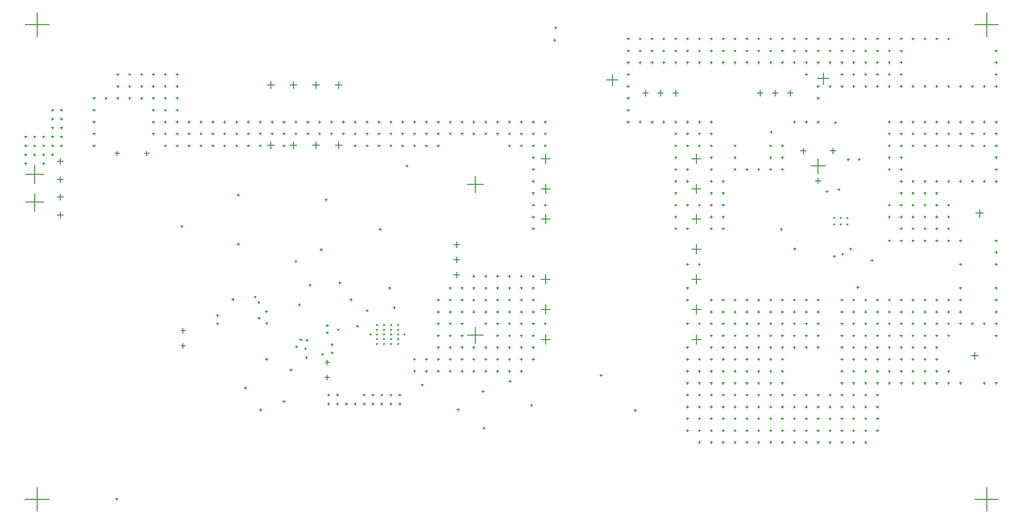
<source format=gbr>
%TF.GenerationSoftware,Altium Limited,Altium Designer,19.0.10 (269)*%
G04 Layer_Color=128*
%FSLAX26Y26*%
%MOIN*%
%TF.FileFunction,Drillmap*%
%TF.Part,Single*%
G01*
G75*
%TA.AperFunction,NonConductor*%
%ADD169C,0.005000*%
D169*
X5360236Y2311024D02*
X5395669D01*
X5377953Y2293307D02*
Y2328740D01*
X5261811Y2507874D02*
X5297244D01*
X5279528Y2490157D02*
Y2525590D01*
X5458662Y2507874D02*
X5494095D01*
X5476378Y2490157D02*
Y2525590D01*
X5328740Y2409449D02*
X5427165D01*
X5377953Y2360236D02*
Y2458661D01*
X2174213Y2947244D02*
X2221063D01*
X2197638Y2923819D02*
Y2970669D01*
X2174213Y2547244D02*
X2221063D01*
X2197638Y2523819D02*
Y2570669D01*
X1874213Y2947244D02*
X1921063D01*
X1897638Y2923819D02*
Y2970669D01*
X2024213Y2947244D02*
X2071063D01*
X2047638Y2923819D02*
Y2970669D01*
X2024213Y2547244D02*
X2071063D01*
X2047638Y2523819D02*
Y2570669D01*
X1874213Y2547244D02*
X1921063D01*
X1897638Y2523819D02*
Y2570669D01*
X1724213Y2947244D02*
X1771063D01*
X1747638Y2923819D02*
Y2970669D01*
X1724213Y2547244D02*
X1771063D01*
X1747638Y2523819D02*
Y2570669D01*
X3051188Y1285819D02*
X3157487D01*
X3104338Y1232669D02*
Y1338968D01*
X3051188Y2285819D02*
X3157487D01*
X3104338Y2232669D02*
Y2338968D01*
X2960630Y1685827D02*
X3000000D01*
X2980315Y1666142D02*
Y1705512D01*
X2960630Y1785827D02*
X3000000D01*
X2980315Y1766142D02*
Y1805512D01*
X2960630Y1885827D02*
X3000000D01*
X2980315Y1866142D02*
Y1905512D01*
X330315Y2438189D02*
X370472D01*
X350394Y2418110D02*
Y2458268D01*
X330315Y2320079D02*
X370472D01*
X350394Y2300000D02*
Y2340157D01*
X330315Y2201968D02*
X370472D01*
X350394Y2181890D02*
Y2222047D01*
X330315Y2083858D02*
X370472D01*
X350394Y2063780D02*
Y2103937D01*
X119291Y2353543D02*
X241339D01*
X180315Y2292520D02*
Y2414567D01*
X121260Y2168504D02*
X239370D01*
X180315Y2109449D02*
Y2227559D01*
X1149606Y1216535D02*
X1181102D01*
X1165354Y1200787D02*
Y1232283D01*
X1149606Y1316535D02*
X1181102D01*
X1165354Y1300787D02*
Y1332283D01*
X2105833Y1006299D02*
X2137329D01*
X2121581Y990551D02*
Y1022047D01*
X2105833Y1106299D02*
X2137329D01*
X2121581Y1090551D02*
Y1122047D01*
X2404409Y1291181D02*
X2414409D01*
X2409409Y1286181D02*
Y1296181D01*
X2445748Y1228189D02*
X2455748D01*
X2450748Y1223189D02*
Y1233189D01*
X2445748Y1259685D02*
X2455748D01*
X2450748Y1254685D02*
Y1264685D01*
X2445748Y1291181D02*
X2455748D01*
X2450748Y1286181D02*
Y1296181D01*
X2445748Y1322677D02*
X2455748D01*
X2450748Y1317677D02*
Y1327677D01*
X2445748Y1354173D02*
X2455748D01*
X2450748Y1349173D02*
Y1359173D01*
X2492598Y1354173D02*
X2502598D01*
X2497598Y1349173D02*
Y1359173D01*
X2492598Y1322677D02*
X2502598D01*
X2497598Y1317677D02*
Y1327677D01*
X2492598Y1291181D02*
X2502598D01*
X2497598Y1286181D02*
Y1296181D01*
X2492598Y1259685D02*
X2502598D01*
X2497598Y1254685D02*
Y1264685D01*
X2492598Y1228189D02*
X2502598D01*
X2497598Y1223189D02*
Y1233189D01*
X2539449Y1228189D02*
X2549449D01*
X2544449Y1223189D02*
Y1233189D01*
X2539449Y1259685D02*
X2549449D01*
X2544449Y1254685D02*
Y1264685D01*
X2539449Y1291181D02*
X2549449D01*
X2544449Y1286181D02*
Y1296181D01*
X2539449Y1322677D02*
X2549449D01*
X2544449Y1317677D02*
Y1327677D01*
X2539449Y1354173D02*
X2549449D01*
X2544449Y1349173D02*
Y1359173D01*
X2586299Y1354173D02*
X2596299D01*
X2591299Y1349173D02*
Y1359173D01*
X2586299Y1322677D02*
X2596299D01*
X2591299Y1317677D02*
Y1327677D01*
X2586299Y1291181D02*
X2596299D01*
X2591299Y1286181D02*
Y1296181D01*
X2586299Y1259685D02*
X2596299D01*
X2591299Y1254685D02*
Y1264685D01*
X2586299Y1228189D02*
X2596299D01*
X2591299Y1223189D02*
Y1233189D01*
X2627638Y1291181D02*
X2637638D01*
X2632638Y1286181D02*
Y1296181D01*
X909449Y2491340D02*
X940945D01*
X925197Y2475593D02*
Y2507088D01*
X712598Y2491340D02*
X744095D01*
X728346Y2475593D02*
Y2507088D01*
X5172441Y2892697D02*
X5211811D01*
X5192126Y2873012D02*
Y2912382D01*
X5072441Y2892697D02*
X5111811D01*
X5092126Y2873012D02*
Y2912382D01*
X4972441Y2892697D02*
X5011811D01*
X4992126Y2873012D02*
Y2912382D01*
X4212441Y2892697D02*
X4251811D01*
X4232126Y2873012D02*
Y2912382D01*
X4312441Y2892697D02*
X4351811D01*
X4332126Y2873012D02*
Y2912382D01*
X4412441Y2892697D02*
X4451811D01*
X4432126Y2873012D02*
Y2912382D01*
X5374618Y2988360D02*
X5449618D01*
X5412118Y2950860D02*
Y3025860D01*
X3974618Y2978360D02*
X4049618D01*
X4012118Y2940860D02*
Y3015860D01*
X4539045Y2456546D02*
X4602037D01*
X4570541Y2425050D02*
Y2488041D01*
X4539045Y2256546D02*
X4602037D01*
X4570541Y2225050D02*
Y2288041D01*
X4539045Y2056546D02*
X4602037D01*
X4570541Y2025050D02*
Y2088041D01*
X4539045Y1856545D02*
X4602037D01*
X4570541Y1825050D02*
Y1888042D01*
X4539045Y1656545D02*
X4602037D01*
X4570541Y1625050D02*
Y1688042D01*
X4539045Y1456545D02*
X4602037D01*
X4570541Y1425050D02*
Y1488042D01*
X4539045Y1256545D02*
X4602037D01*
X4570541Y1225050D02*
Y1288042D01*
X3539045Y1256545D02*
X3602037D01*
X3570541Y1225050D02*
Y1288042D01*
X3539045Y1456545D02*
X3602037D01*
X3570541Y1425050D02*
Y1488042D01*
X3539045Y1656545D02*
X3602037D01*
X3570541Y1625050D02*
Y1688042D01*
X3539045Y2056546D02*
X3602037D01*
X3570541Y2025050D02*
Y2088041D01*
X3539045Y2256546D02*
X3602037D01*
X3570541Y2225050D02*
Y2288041D01*
X3539045Y2456546D02*
X3602037D01*
X3570541Y2425050D02*
Y2488041D01*
X2074193Y1854331D02*
X2089193D01*
X2081693Y1846831D02*
Y1861831D01*
X5479252Y2021654D02*
X5489252D01*
X5484252Y2016654D02*
Y2026654D01*
X5479252Y2064961D02*
X5489252D01*
X5484252Y2059961D02*
Y2069961D01*
X5522559Y2021654D02*
X5532559D01*
X5527559Y2016654D02*
Y2026654D01*
X5522559Y2064961D02*
X5532559D01*
X5527559Y2059961D02*
Y2069961D01*
X5565866Y2021654D02*
X5575866D01*
X5570866Y2016654D02*
Y2026654D01*
X5565866Y2064961D02*
X5575866D01*
X5570866Y2059961D02*
Y2069961D01*
X3931068Y1019685D02*
X3946068D01*
X3938568Y1012185D02*
Y1027185D01*
X3468878Y821685D02*
X3483878D01*
X3476378Y814185D02*
Y829185D01*
X3559432Y1362206D02*
X3574432D01*
X3566932Y1354706D02*
Y1369706D01*
X3480691Y1677167D02*
X3495691D01*
X3488191Y1669667D02*
Y1684667D01*
X3480691Y1598427D02*
X3495691D01*
X3488191Y1590927D02*
Y1605927D01*
X3480691Y1519686D02*
X3495691D01*
X3488191Y1512186D02*
Y1527186D01*
X3480691Y1440946D02*
X3495691D01*
X3488191Y1433446D02*
Y1448446D01*
X3480691Y1362206D02*
X3495691D01*
X3488191Y1354706D02*
Y1369706D01*
X3480691Y1283466D02*
X3495691D01*
X3488191Y1275966D02*
Y1290966D01*
X3480691Y1204726D02*
X3495691D01*
X3488191Y1197226D02*
Y1212226D01*
X3480691Y1125985D02*
X3495691D01*
X3488191Y1118485D02*
Y1133485D01*
X3401951Y1677167D02*
X3416951D01*
X3409451Y1669667D02*
Y1684667D01*
X3401951Y1598427D02*
X3416951D01*
X3409451Y1590927D02*
Y1605927D01*
X3401951Y1519686D02*
X3416951D01*
X3409451Y1512186D02*
Y1527186D01*
X3401951Y1440946D02*
X3416951D01*
X3409451Y1433446D02*
Y1448446D01*
X3401951Y1362206D02*
X3416951D01*
X3409451Y1354706D02*
Y1369706D01*
X3401951Y1283466D02*
X3416951D01*
X3409451Y1275966D02*
Y1290966D01*
X3401951Y1204726D02*
X3416951D01*
X3409451Y1197226D02*
Y1212226D01*
X3401951Y1125985D02*
X3416951D01*
X3409451Y1118485D02*
Y1133485D01*
X3401951Y1047245D02*
X3416951D01*
X3409451Y1039745D02*
Y1054745D01*
X3323211Y1677167D02*
X3338211D01*
X3330711Y1669667D02*
Y1684667D01*
X3323211Y1598427D02*
X3338211D01*
X3330711Y1590927D02*
Y1605927D01*
X3323211Y1519686D02*
X3338211D01*
X3330711Y1512186D02*
Y1527186D01*
X3323211Y1440946D02*
X3338211D01*
X3330711Y1433446D02*
Y1448446D01*
X3323211Y1362206D02*
X3338211D01*
X3330711Y1354706D02*
Y1369706D01*
X3323211Y1283466D02*
X3338211D01*
X3330711Y1275966D02*
Y1290966D01*
X3323211Y1204726D02*
X3338211D01*
X3330711Y1197226D02*
Y1212226D01*
X3323211Y1125985D02*
X3338211D01*
X3330711Y1118485D02*
Y1133485D01*
X3323211Y1047245D02*
X3338211D01*
X3330711Y1039745D02*
Y1054745D01*
X3244471Y1677167D02*
X3259471D01*
X3251971Y1669667D02*
Y1684667D01*
X3244471Y1598427D02*
X3259471D01*
X3251971Y1590927D02*
Y1605927D01*
X3244471Y1519686D02*
X3259471D01*
X3251971Y1512186D02*
Y1527186D01*
X3244471Y1440946D02*
X3259471D01*
X3251971Y1433446D02*
Y1448446D01*
X3244471Y1362206D02*
X3259471D01*
X3251971Y1354706D02*
Y1369706D01*
X3244471Y1283466D02*
X3259471D01*
X3251971Y1275966D02*
Y1290966D01*
X3244471Y1204726D02*
X3259471D01*
X3251971Y1197226D02*
Y1212226D01*
X3244471Y1125985D02*
X3259471D01*
X3251971Y1118485D02*
Y1133485D01*
X3244471Y1047245D02*
X3259471D01*
X3251971Y1039745D02*
Y1054745D01*
X3165731Y1677167D02*
X3180731D01*
X3173231Y1669667D02*
Y1684667D01*
X3165731Y1598427D02*
X3180731D01*
X3173231Y1590927D02*
Y1605927D01*
X3165731Y1519686D02*
X3180731D01*
X3173231Y1512186D02*
Y1527186D01*
X3165731Y1440946D02*
X3180731D01*
X3173231Y1433446D02*
Y1448446D01*
X3165731Y1362206D02*
X3180731D01*
X3173231Y1354706D02*
Y1369706D01*
X3165731Y1204726D02*
X3180731D01*
X3173231Y1197226D02*
Y1212226D01*
X3165731Y1125985D02*
X3180731D01*
X3173231Y1118485D02*
Y1133485D01*
X3165731Y1047245D02*
X3180731D01*
X3173231Y1039745D02*
Y1054745D01*
X3086990Y1677167D02*
X3101990D01*
X3094490Y1669667D02*
Y1684667D01*
X3086990Y1598427D02*
X3101990D01*
X3094490Y1590927D02*
Y1605927D01*
X3086990Y1519686D02*
X3101990D01*
X3094490Y1512186D02*
Y1527186D01*
X3086990Y1440946D02*
X3101990D01*
X3094490Y1433446D02*
Y1448446D01*
X3086990Y1204726D02*
X3101990D01*
X3094490Y1197226D02*
Y1212226D01*
X3086990Y1125985D02*
X3101990D01*
X3094490Y1118485D02*
Y1133485D01*
X3086990Y1047245D02*
X3101990D01*
X3094490Y1039745D02*
Y1054745D01*
X3008250Y1598427D02*
X3023250D01*
X3015750Y1590927D02*
Y1605927D01*
X3008250Y1519686D02*
X3023250D01*
X3015750Y1512186D02*
Y1527186D01*
X3008250Y1440946D02*
X3023250D01*
X3015750Y1433446D02*
Y1448446D01*
X3008250Y1362206D02*
X3023250D01*
X3015750Y1354706D02*
Y1369706D01*
X3008250Y1283466D02*
X3023250D01*
X3015750Y1275966D02*
Y1290966D01*
X3008250Y1204726D02*
X3023250D01*
X3015750Y1197226D02*
Y1212226D01*
X3008250Y1125985D02*
X3023250D01*
X3015750Y1118485D02*
Y1133485D01*
X3008250Y1047245D02*
X3023250D01*
X3015750Y1039745D02*
Y1054745D01*
X2929510Y1598427D02*
X2944510D01*
X2937010Y1590927D02*
Y1605927D01*
X2929510Y1519686D02*
X2944510D01*
X2937010Y1512186D02*
Y1527186D01*
X2929510Y1440946D02*
X2944510D01*
X2937010Y1433446D02*
Y1448446D01*
X2929510Y1362206D02*
X2944510D01*
X2937010Y1354706D02*
Y1369706D01*
X2929510Y1283466D02*
X2944510D01*
X2937010Y1275966D02*
Y1290966D01*
X2929510Y1204726D02*
X2944510D01*
X2937010Y1197226D02*
Y1212226D01*
X2929510Y1125985D02*
X2944510D01*
X2937010Y1118485D02*
Y1133485D01*
X2929510Y1047245D02*
X2944510D01*
X2937010Y1039745D02*
Y1054745D01*
X2850770Y1519686D02*
X2865770D01*
X2858270Y1512186D02*
Y1527186D01*
X2850770Y1440946D02*
X2865770D01*
X2858270Y1433446D02*
Y1448446D01*
X2850770Y1362206D02*
X2865770D01*
X2858270Y1354706D02*
Y1369706D01*
X2850770Y1283466D02*
X2865770D01*
X2858270Y1275966D02*
Y1290966D01*
X2850770Y1204726D02*
X2865770D01*
X2858270Y1197226D02*
Y1212226D01*
X2850770Y1125985D02*
X2865770D01*
X2858270Y1118485D02*
Y1133485D01*
X2850770Y1047245D02*
X2865770D01*
X2858270Y1039745D02*
Y1054745D01*
X2772030Y1125985D02*
X2787030D01*
X2779530Y1118485D02*
Y1133485D01*
X2772030Y1047245D02*
X2787030D01*
X2779530Y1039745D02*
Y1054745D01*
X2693289Y1125985D02*
X2708289D01*
X2700789Y1118485D02*
Y1133485D01*
X2693289Y1047245D02*
X2708289D01*
X2700789Y1039745D02*
Y1054745D01*
X3147500Y912000D02*
X3162500D01*
X3155000Y904500D02*
Y919500D01*
X717500Y199000D02*
X732500D01*
X725000Y191500D02*
Y206500D01*
X5527937Y1125985D02*
X5542937D01*
X5535437Y1118485D02*
Y1133485D01*
X5478605Y1809170D02*
X5493605D01*
X5486105Y1801670D02*
Y1816670D01*
X1909819Y1208659D02*
X1924819D01*
X1917319Y1201159D02*
Y1216159D01*
X1488563Y1523622D02*
X1503563D01*
X1496063Y1516122D02*
Y1531122D01*
X5370456Y2858270D02*
X5385456D01*
X5377956Y2850770D02*
Y2865770D01*
X5449196Y3173231D02*
X5464196D01*
X5456696Y3165731D02*
Y3180731D01*
X5370456Y3173231D02*
X5385456D01*
X5377956Y3165731D02*
Y3180731D01*
X4425574Y3094490D02*
X4440574D01*
X4433074Y3086990D02*
Y3101990D01*
X4425574Y3173231D02*
X4440574D01*
X4433074Y3165731D02*
Y3180731D01*
X4189353Y3094490D02*
X4204353D01*
X4196853Y3086990D02*
Y3101990D01*
X4268093Y3094490D02*
X4283093D01*
X4275593Y3086990D02*
Y3101990D01*
X4976755Y3094490D02*
X4991755D01*
X4984255Y3086990D02*
Y3101990D01*
X4976755Y3173231D02*
X4991755D01*
X4984255Y3165731D02*
Y3180731D01*
X5134236Y3094490D02*
X5149236D01*
X5141736Y3086990D02*
Y3101990D01*
X5212976Y3094490D02*
X5227976D01*
X5220476Y3086990D02*
Y3101990D01*
X5212976Y3173231D02*
X5227976D01*
X5220476Y3165731D02*
Y3180731D01*
X5291716Y2700789D02*
X5306716D01*
X5299216Y2693289D02*
Y2708289D01*
X2272023Y1521501D02*
X2287023D01*
X2279523Y1514001D02*
Y1529001D01*
X2559429Y1468504D02*
X2574429D01*
X2566929Y1461004D02*
Y1476004D01*
X1976752Y1137795D02*
X1991752D01*
X1984252Y1130295D02*
Y1145295D01*
X1149980Y2007874D02*
X1164980D01*
X1157480Y2000374D02*
Y2015374D01*
X1523996Y2216535D02*
X1538996D01*
X1531496Y2209035D02*
Y2224035D01*
X1980689Y1251968D02*
X1995689D01*
X1988189Y1244468D02*
Y1259468D01*
X2146039Y1224407D02*
X2161039D01*
X2153539Y1216907D02*
Y1231907D01*
X2146039Y1169289D02*
X2161039D01*
X2153539Y1161789D02*
Y1176789D01*
X2744468Y956693D02*
X2759468D01*
X2751968Y949193D02*
Y964193D01*
X5484626Y2696850D02*
X5499626D01*
X5492126Y2689350D02*
Y2704350D01*
X5214941Y1858268D02*
X5229941D01*
X5222441Y1850768D02*
Y1865768D01*
X5429508Y2240157D02*
X5444508D01*
X5437008Y2232657D02*
Y2247657D01*
X5126358Y1988189D02*
X5141358D01*
X5133858Y1980689D02*
Y1995689D01*
X2527933Y1598425D02*
X2542933D01*
X2535433Y1590925D02*
Y1605925D01*
X2464941Y1988189D02*
X2479941D01*
X2472441Y1980689D02*
Y1995689D01*
X2106669Y2185035D02*
X2121669D01*
X2114169Y2177535D02*
Y2192535D01*
X1671412Y790354D02*
X1686412D01*
X1678912Y782854D02*
Y797854D01*
X1874390Y1055118D02*
X1889390D01*
X1881890Y1047618D02*
Y1062618D01*
X1571240Y937008D02*
X1586240D01*
X1578740Y929508D02*
Y944508D01*
X1711747Y1127209D02*
X1726747D01*
X1719247Y1119709D02*
Y1134709D01*
X1523996Y1890640D02*
X1538996D01*
X1531496Y1883140D02*
Y1898140D01*
X1661788Y1399013D02*
X1676788D01*
X1669288Y1391513D02*
Y1406513D01*
X1905886Y1775508D02*
X1920886D01*
X1913386Y1768008D02*
Y1783008D01*
X2197224Y1633858D02*
X2212224D01*
X2204724Y1626358D02*
Y1641358D01*
X2315343Y1346461D02*
X2330343D01*
X2322843Y1338961D02*
Y1353961D01*
X2185413Y1322835D02*
X2200413D01*
X2192913Y1315335D02*
Y1330335D01*
X1712973Y1366142D02*
X1727973D01*
X1720473Y1358642D02*
Y1373642D01*
X1710511Y1443014D02*
X1725511D01*
X1718011Y1435514D02*
Y1450514D01*
X1659823Y1503937D02*
X1674823D01*
X1667323Y1496437D02*
Y1511437D01*
X2378327Y1448819D02*
X2393327D01*
X2385827Y1441319D02*
Y1456319D01*
X5606677Y1125985D02*
X5621677D01*
X5614177Y1118485D02*
Y1133485D01*
X5527937Y1204726D02*
X5542937D01*
X5535437Y1197226D02*
Y1212226D01*
X5606677Y1204726D02*
X5621677D01*
X5614177Y1197226D02*
Y1212226D01*
X5370456Y1519686D02*
X5385456D01*
X5377956Y1512186D02*
Y1527186D01*
X5527937Y1440946D02*
X5542937D01*
X5535437Y1433446D02*
Y1448446D01*
X5370456Y1440946D02*
X5385456D01*
X5377956Y1433446D02*
Y1448446D01*
X5291716Y1440946D02*
X5306716D01*
X5299216Y1433446D02*
Y1448446D01*
X5212976Y1519686D02*
X5227976D01*
X5220476Y1512186D02*
Y1527186D01*
X5212976Y1440946D02*
X5227976D01*
X5220476Y1433446D02*
Y1448446D01*
X5291716Y1519686D02*
X5306716D01*
X5299216Y1512186D02*
Y1527186D01*
X5527937Y1519686D02*
X5542937D01*
X5535437Y1512186D02*
Y1527186D01*
X6079118Y1283466D02*
X6094118D01*
X6086618Y1275966D02*
Y1290966D01*
X6079118Y1047245D02*
X6094118D01*
X6086618Y1039745D02*
Y1054745D01*
X6000378Y1440946D02*
X6015378D01*
X6007878Y1433446D02*
Y1448446D01*
X6236598Y1283466D02*
X6251598D01*
X6244098Y1275966D02*
Y1290966D01*
X6079118Y1125985D02*
X6094118D01*
X6086618Y1118485D02*
Y1133485D01*
X5606677Y1283466D02*
X5621677D01*
X5614177Y1275966D02*
Y1290966D01*
X5685417Y811025D02*
X5700417D01*
X5692917Y803525D02*
Y818525D01*
X5921638Y1283466D02*
X5936638D01*
X5929138Y1275966D02*
Y1290966D01*
X6472819Y1362206D02*
X6487819D01*
X6480319Y1354706D02*
Y1369706D01*
X5921638Y1125985D02*
X5936638D01*
X5929138Y1118485D02*
Y1133485D01*
X6079118Y1519686D02*
X6094118D01*
X6086618Y1512186D02*
Y1527186D01*
X5685417Y732284D02*
X5700417D01*
X5692917Y724784D02*
Y739784D01*
X5842897Y968505D02*
X5857897D01*
X5850397Y961005D02*
Y976005D01*
X5921638Y1047245D02*
X5936638D01*
X5929138Y1039745D02*
Y1054745D01*
X5527937Y1362206D02*
X5542937D01*
X5535437Y1354706D02*
Y1369706D01*
X5606677Y574804D02*
X5621677D01*
X5614177Y567304D02*
Y582304D01*
X5764157Y811025D02*
X5779157D01*
X5771657Y803525D02*
Y818525D01*
X6551559Y1440946D02*
X6566559D01*
X6559059Y1433446D02*
Y1448446D01*
X5842897Y1047245D02*
X5857897D01*
X5850397Y1039745D02*
Y1054745D01*
X5527937Y653544D02*
X5542937D01*
X5535437Y646044D02*
Y661044D01*
X5527937Y732284D02*
X5542937D01*
X5535437Y724784D02*
Y739784D01*
X5764157Y1125985D02*
X5779157D01*
X5771657Y1118485D02*
Y1133485D01*
X5842897Y1440946D02*
X5857897D01*
X5850397Y1433446D02*
Y1448446D01*
X6551559Y1362206D02*
X6566559D01*
X6559059Y1354706D02*
Y1369706D01*
X5764157Y1362206D02*
X5779157D01*
X5771657Y1354706D02*
Y1369706D01*
X5527937Y811025D02*
X5542937D01*
X5535437Y803525D02*
Y818525D01*
X5685417Y574804D02*
X5700417D01*
X5692917Y567304D02*
Y582304D01*
X5449196Y889765D02*
X5464196D01*
X5456696Y882265D02*
Y897265D01*
X4976755Y2385829D02*
X4991755D01*
X4984255Y2378329D02*
Y2393329D01*
X6000378Y1204726D02*
X6015378D01*
X6007878Y1197226D02*
Y1212226D01*
X5764157Y653544D02*
X5779157D01*
X5771657Y646044D02*
Y661044D01*
X6236598Y1440946D02*
X6251598D01*
X6244098Y1433446D02*
Y1448446D01*
X5606677Y968505D02*
X5621677D01*
X5614177Y961005D02*
Y976005D01*
X5055495Y2464569D02*
X5070495D01*
X5062995Y2457069D02*
Y2472069D01*
X5842897Y1362206D02*
X5857897D01*
X5850397Y1354706D02*
Y1369706D01*
X6000378Y1519686D02*
X6015378D01*
X6007878Y1512186D02*
Y1527186D01*
X5527937Y1047245D02*
X5542937D01*
X5535437Y1039745D02*
Y1054745D01*
X6236598Y1047245D02*
X6251598D01*
X6244098Y1039745D02*
Y1054745D01*
X6157858Y1204726D02*
X6172858D01*
X6165358Y1197226D02*
Y1212226D01*
X5685417Y889765D02*
X5700417D01*
X5692917Y882265D02*
Y897265D01*
X6157858Y1283466D02*
X6172858D01*
X6165358Y1275966D02*
Y1290966D01*
X4819275Y2543309D02*
X4834275D01*
X4826775Y2535809D02*
Y2550809D01*
X5606677Y1362206D02*
X5621677D01*
X5614177Y1354706D02*
Y1369706D01*
X6079118Y1204726D02*
X6094118D01*
X6086618Y1197226D02*
Y1212226D01*
X5921638Y1204726D02*
X5936638D01*
X5929138Y1197226D02*
Y1212226D01*
X5764157Y1440946D02*
X5779157D01*
X5771657Y1433446D02*
Y1448446D01*
X4819275Y2464569D02*
X4834275D01*
X4826775Y2457069D02*
Y2472069D01*
X5921638Y1519686D02*
X5936638D01*
X5929138Y1512186D02*
Y1527186D01*
X6157858Y1047245D02*
X6172858D01*
X6165358Y1039745D02*
Y1054745D01*
X5764157Y1519686D02*
X5779157D01*
X5771657Y1512186D02*
Y1527186D01*
X6551559Y1283466D02*
X6566559D01*
X6559059Y1275966D02*
Y1290966D01*
X5527937Y574804D02*
X5542937D01*
X5535437Y567304D02*
Y582304D01*
X5764157Y1204726D02*
X5779157D01*
X5771657Y1197226D02*
Y1212226D01*
X6157858Y1125985D02*
X6172858D01*
X6165358Y1118485D02*
Y1133485D01*
X5685417Y1125985D02*
X5700417D01*
X5692917Y1118485D02*
Y1133485D01*
X6000378Y1283466D02*
X6015378D01*
X6007878Y1275966D02*
Y1290966D01*
X6079118Y1362206D02*
X6094118D01*
X6086618Y1354706D02*
Y1369706D01*
X6236598Y1362206D02*
X6251598D01*
X6244098Y1354706D02*
Y1369706D01*
X5055495Y2385829D02*
X5070495D01*
X5062995Y2378329D02*
Y2393329D01*
X6000378Y968505D02*
X6015378D01*
X6007878Y961005D02*
Y976005D01*
X5685417Y1204726D02*
X5700417D01*
X5692917Y1197226D02*
Y1212226D01*
X5527937Y968505D02*
X5542937D01*
X5535437Y961005D02*
Y976005D01*
X6551559Y968505D02*
X6566559D01*
X6559059Y961005D02*
Y976005D01*
X5527937Y1283466D02*
X5542937D01*
X5535437Y1275966D02*
Y1290966D01*
X5449196Y574804D02*
X5464196D01*
X5456696Y567304D02*
Y582304D01*
X6315339Y1440946D02*
X6330339D01*
X6322839Y1433446D02*
Y1448446D01*
X5134236Y2385829D02*
X5149236D01*
X5141736Y2378329D02*
Y2393329D01*
X6394079Y1362206D02*
X6409079D01*
X6401579Y1354706D02*
Y1369706D01*
X5606677Y653544D02*
X5621677D01*
X5614177Y646044D02*
Y661044D01*
X5449196Y811025D02*
X5464196D01*
X5456696Y803525D02*
Y818525D01*
X5685417Y1440946D02*
X5700417D01*
X5692917Y1433446D02*
Y1448446D01*
X6551559Y1519686D02*
X6566559D01*
X6559059Y1512186D02*
Y1527186D01*
X5685417Y1362206D02*
X5700417D01*
X5692917Y1354706D02*
Y1369706D01*
X5764157Y1283466D02*
X5779157D01*
X5771657Y1275966D02*
Y1290966D01*
X5449196Y653544D02*
X5464196D01*
X5456696Y646044D02*
Y661044D01*
X5921638Y1440946D02*
X5936638D01*
X5929138Y1433446D02*
Y1448446D01*
X5842897Y1283466D02*
X5857897D01*
X5850397Y1275966D02*
Y1290966D01*
X6236598Y1519686D02*
X6251598D01*
X6244098Y1512186D02*
Y1527186D01*
X5606677Y811025D02*
X5621677D01*
X5614177Y803525D02*
Y818525D01*
X5134236Y2543309D02*
X5149236D01*
X5141736Y2535809D02*
Y2550809D01*
X5685417Y653544D02*
X5700417D01*
X5692917Y646044D02*
Y661044D01*
X5606677Y889765D02*
X5621677D01*
X5614177Y882265D02*
Y897265D01*
X5842897Y1519686D02*
X5857897D01*
X5850397Y1512186D02*
Y1527186D01*
X5921638Y968505D02*
X5936638D01*
X5929138Y961005D02*
Y976005D01*
X6157858Y1440946D02*
X6172858D01*
X6165358Y1433446D02*
Y1448446D01*
X6079118Y968505D02*
X6094118D01*
X6086618Y961005D02*
Y976005D01*
X5685417Y968505D02*
X5700417D01*
X5692917Y961005D02*
Y976005D01*
X5764157Y732284D02*
X5779157D01*
X5771657Y724784D02*
Y739784D01*
X5606677Y1440946D02*
X5621677D01*
X5614177Y1433446D02*
Y1448446D01*
X6000378Y1125985D02*
X6015378D01*
X6007878Y1118485D02*
Y1133485D01*
X4898015Y2385829D02*
X4913015D01*
X4905515Y2378329D02*
Y2393329D01*
X6315339Y968505D02*
X6330339D01*
X6322839Y961005D02*
Y976005D01*
X6157858Y968505D02*
X6172858D01*
X6165358Y961005D02*
Y976005D01*
X6315339Y1598427D02*
X6330339D01*
X6322839Y1590927D02*
Y1605927D01*
X5134236Y2464569D02*
X5149236D01*
X5141736Y2457069D02*
Y2472069D01*
X5606677Y1047245D02*
X5621677D01*
X5614177Y1039745D02*
Y1054745D01*
X5527937Y889765D02*
X5542937D01*
X5535437Y882265D02*
Y897265D01*
X6236598Y968505D02*
X6251598D01*
X6244098Y961005D02*
Y976005D01*
X5842897Y1125985D02*
X5857897D01*
X5850397Y1118485D02*
Y1133485D01*
X6315339Y1519686D02*
X6330339D01*
X6322839Y1512186D02*
Y1527186D01*
X6472819Y968505D02*
X6487819D01*
X6480319Y961005D02*
Y976005D01*
X5842897Y1204726D02*
X5857897D01*
X5850397Y1197226D02*
Y1212226D01*
X5921638Y1362206D02*
X5936638D01*
X5929138Y1354706D02*
Y1369706D01*
X5606677Y732284D02*
X5621677D01*
X5614177Y724784D02*
Y739784D01*
X6157858Y1519686D02*
X6172858D01*
X6165358Y1512186D02*
Y1527186D01*
X5764157Y889765D02*
X5779157D01*
X5771657Y882265D02*
Y897265D01*
X5764157Y1047245D02*
X5779157D01*
X5771657Y1039745D02*
Y1054745D01*
X6551559Y1598427D02*
X6566559D01*
X6559059Y1590927D02*
Y1605927D01*
X5449196Y732284D02*
X5464196D01*
X5456696Y724784D02*
Y739784D01*
X5685417Y1047245D02*
X5700417D01*
X5692917Y1039745D02*
Y1054745D01*
X6000378Y1047245D02*
X6015378D01*
X6007878Y1039745D02*
Y1054745D01*
X5685417Y1283466D02*
X5700417D01*
X5692917Y1275966D02*
Y1290966D01*
X5764157Y968505D02*
X5779157D01*
X5771657Y961005D02*
Y976005D01*
X6000378Y1362206D02*
X6015378D01*
X6007878Y1354706D02*
Y1369706D01*
X4819275Y2385829D02*
X4834275D01*
X4826775Y2378329D02*
Y2393329D01*
X6157858Y1362206D02*
X6172858D01*
X6165358Y1354706D02*
Y1369706D01*
X5055495Y2543309D02*
X5070495D01*
X5062995Y2535809D02*
Y2550809D01*
X5685417Y1519686D02*
X5700417D01*
X5692917Y1512186D02*
Y1527186D01*
X6315339Y1362206D02*
X6330339D01*
X6322839Y1354706D02*
Y1369706D01*
X5606677Y1519686D02*
X5621677D01*
X5614177Y1512186D02*
Y1527186D01*
X6079118Y1440946D02*
X6094118D01*
X6086618Y1433446D02*
Y1448446D01*
X350767Y2779526D02*
X365767D01*
X358267Y2772026D02*
Y2787026D01*
X350767Y2720471D02*
X365767D01*
X358267Y2712971D02*
Y2727971D01*
X350767Y2661416D02*
X365767D01*
X358267Y2653916D02*
Y2668916D01*
X350767Y2602361D02*
X365767D01*
X358267Y2594861D02*
Y2609861D01*
X350767Y2543306D02*
X365767D01*
X358267Y2535806D02*
Y2550806D01*
X291712Y2779526D02*
X306712D01*
X299212Y2772026D02*
Y2787026D01*
X291712Y2720471D02*
X306712D01*
X299212Y2712971D02*
Y2727971D01*
X291712Y2661416D02*
X306712D01*
X299212Y2653916D02*
Y2668916D01*
X291712Y2602361D02*
X306712D01*
X299212Y2594861D02*
Y2609861D01*
X291712Y2543306D02*
X306712D01*
X299212Y2535806D02*
Y2550806D01*
X291712Y2484251D02*
X306712D01*
X299212Y2476751D02*
Y2491751D01*
X232657Y2602361D02*
X247657D01*
X240157Y2594861D02*
Y2609861D01*
X232657Y2543306D02*
X247657D01*
X240157Y2535806D02*
Y2550806D01*
X232657Y2484251D02*
X247657D01*
X240157Y2476751D02*
Y2491751D01*
X232657Y2425196D02*
X247657D01*
X240157Y2417696D02*
Y2432696D01*
X173602Y2602361D02*
X188602D01*
X181102Y2594861D02*
Y2609861D01*
X173602Y2543306D02*
X188602D01*
X181102Y2535806D02*
Y2550806D01*
X173602Y2484251D02*
X188602D01*
X181102Y2476751D02*
Y2491751D01*
X114547Y2602361D02*
X129547D01*
X122047Y2594861D02*
Y2609861D01*
X114547Y2543306D02*
X129547D01*
X122047Y2535806D02*
Y2550806D01*
X114547Y2484251D02*
X129547D01*
X122047Y2476751D02*
Y2491751D01*
X114547Y2425196D02*
X129547D01*
X122047Y2417696D02*
Y2432696D01*
X2594861Y889763D02*
X2609861D01*
X2602361Y882263D02*
Y897263D01*
X2594861Y830708D02*
X2609861D01*
X2602361Y823208D02*
Y838208D01*
X2535806Y889763D02*
X2550806D01*
X2543306Y882263D02*
Y897263D01*
X2535806Y830708D02*
X2550806D01*
X2543306Y823208D02*
Y838208D01*
X2476751Y889763D02*
X2491751D01*
X2484251Y882263D02*
Y897263D01*
X2476751Y830708D02*
X2491751D01*
X2484251Y823208D02*
Y838208D01*
X2417696Y889763D02*
X2432696D01*
X2425196Y882263D02*
Y897263D01*
X2417696Y830708D02*
X2432696D01*
X2425196Y823208D02*
Y838208D01*
X2358641Y889763D02*
X2373641D01*
X2366141Y882263D02*
Y897263D01*
X2358641Y830708D02*
X2373641D01*
X2366141Y823208D02*
Y838208D01*
X2299586Y830708D02*
X2314586D01*
X2307086Y823208D02*
Y838208D01*
X2240530Y830708D02*
X2255530D01*
X2248030Y823208D02*
Y838208D01*
X2181475Y889763D02*
X2196475D01*
X2188975Y882263D02*
Y897263D01*
X2181475Y830708D02*
X2196475D01*
X2188975Y823208D02*
Y838208D01*
X2122420Y889763D02*
X2137420D01*
X2129920Y882263D02*
Y897263D01*
X2122420Y830708D02*
X2137420D01*
X2129920Y823208D02*
Y838208D01*
X3559432Y2700789D02*
X3574432D01*
X3566932Y2693289D02*
Y2708289D01*
X3559432Y2622049D02*
X3574432D01*
X3566932Y2614549D02*
Y2629549D01*
X3559432Y2543309D02*
X3574432D01*
X3566932Y2535809D02*
Y2550809D01*
X3559432Y2149608D02*
X3574432D01*
X3566932Y2142108D02*
Y2157108D01*
X3480691Y2700789D02*
X3495691D01*
X3488191Y2693289D02*
Y2708289D01*
X3480691Y2622049D02*
X3495691D01*
X3488191Y2614549D02*
Y2629549D01*
X3480691Y2543309D02*
X3495691D01*
X3488191Y2535809D02*
Y2550809D01*
X3480691Y2464569D02*
X3495691D01*
X3488191Y2457069D02*
Y2472069D01*
X3480691Y2385829D02*
X3495691D01*
X3488191Y2378329D02*
Y2393329D01*
X3480691Y2307088D02*
X3495691D01*
X3488191Y2299588D02*
Y2314588D01*
X3480691Y2228348D02*
X3495691D01*
X3488191Y2220848D02*
Y2235848D01*
X3480691Y2149608D02*
X3495691D01*
X3488191Y2142108D02*
Y2157108D01*
X3480691Y2070868D02*
X3495691D01*
X3488191Y2063368D02*
Y2078368D01*
X3480691Y1992128D02*
X3495691D01*
X3488191Y1984628D02*
Y1999628D01*
X3401951Y2700789D02*
X3416951D01*
X3409451Y2693289D02*
Y2708289D01*
X3401951Y2622049D02*
X3416951D01*
X3409451Y2614549D02*
Y2629549D01*
X3401951Y2543309D02*
X3416951D01*
X3409451Y2535809D02*
Y2550809D01*
X3323211Y2700789D02*
X3338211D01*
X3330711Y2693289D02*
Y2708289D01*
X3323211Y2622049D02*
X3338211D01*
X3330711Y2614549D02*
Y2629549D01*
X3323211Y2543309D02*
X3338211D01*
X3330711Y2535809D02*
Y2550809D01*
X3244471Y2700789D02*
X3259471D01*
X3251971Y2693289D02*
Y2708289D01*
X3244471Y2622049D02*
X3259471D01*
X3251971Y2614549D02*
Y2629549D01*
X3165731Y2700789D02*
X3180731D01*
X3173231Y2693289D02*
Y2708289D01*
X3165731Y2622049D02*
X3180731D01*
X3173231Y2614549D02*
Y2629549D01*
X3086990Y2700789D02*
X3101990D01*
X3094490Y2693289D02*
Y2708289D01*
X3086990Y2622049D02*
X3101990D01*
X3094490Y2614549D02*
Y2629549D01*
X3008250Y2700789D02*
X3023250D01*
X3015750Y2693289D02*
Y2708289D01*
X3008250Y2622049D02*
X3023250D01*
X3015750Y2614549D02*
Y2629549D01*
X2929510Y2700789D02*
X2944510D01*
X2937010Y2693289D02*
Y2708289D01*
X2929510Y2622049D02*
X2944510D01*
X2937010Y2614549D02*
Y2629549D01*
X2850770Y2700789D02*
X2865770D01*
X2858270Y2693289D02*
Y2708289D01*
X2850770Y2622049D02*
X2865770D01*
X2858270Y2614549D02*
Y2629549D01*
X2850770Y2543309D02*
X2865770D01*
X2858270Y2535809D02*
Y2550809D01*
X2772030Y2700789D02*
X2787030D01*
X2779530Y2693289D02*
Y2708289D01*
X2772030Y2622049D02*
X2787030D01*
X2779530Y2614549D02*
Y2629549D01*
X2772030Y2543309D02*
X2787030D01*
X2779530Y2535809D02*
Y2550809D01*
X2693289Y2700789D02*
X2708289D01*
X2700789Y2693289D02*
Y2708289D01*
X2693289Y2622049D02*
X2708289D01*
X2700789Y2614549D02*
Y2629549D01*
X2693289Y2543309D02*
X2708289D01*
X2700789Y2535809D02*
Y2550809D01*
X2614549Y2700789D02*
X2629549D01*
X2622049Y2693289D02*
Y2708289D01*
X2614549Y2622049D02*
X2629549D01*
X2622049Y2614549D02*
Y2629549D01*
X2614549Y2543309D02*
X2629549D01*
X2622049Y2535809D02*
Y2550809D01*
X2535809Y2700789D02*
X2550809D01*
X2543309Y2693289D02*
Y2708289D01*
X2535809Y2622049D02*
X2550809D01*
X2543309Y2614549D02*
Y2629549D01*
X2535809Y2543309D02*
X2550809D01*
X2543309Y2535809D02*
Y2550809D01*
X2457069Y2700789D02*
X2472069D01*
X2464569Y2693289D02*
Y2708289D01*
X2457069Y2622049D02*
X2472069D01*
X2464569Y2614549D02*
Y2629549D01*
X2457069Y2543309D02*
X2472069D01*
X2464569Y2535809D02*
Y2550809D01*
X2378329Y2700789D02*
X2393329D01*
X2385829Y2693289D02*
Y2708289D01*
X2378329Y2622049D02*
X2393329D01*
X2385829Y2614549D02*
Y2629549D01*
X2378329Y2543309D02*
X2393329D01*
X2385829Y2535809D02*
Y2550809D01*
X2299588Y2700789D02*
X2314588D01*
X2307088Y2693289D02*
Y2708289D01*
X2299588Y2622049D02*
X2314588D01*
X2307088Y2614549D02*
Y2629549D01*
X2299588Y2543309D02*
X2314588D01*
X2307088Y2535809D02*
Y2550809D01*
X2220848Y2700789D02*
X2235848D01*
X2228348Y2693289D02*
Y2708289D01*
X2220848Y2622049D02*
X2235848D01*
X2228348Y2614549D02*
Y2629549D01*
X2142108Y2700789D02*
X2157108D01*
X2149608Y2693289D02*
Y2708289D01*
X2142108Y2622049D02*
X2157108D01*
X2149608Y2614549D02*
Y2629549D01*
X2063368Y2700789D02*
X2078368D01*
X2070868Y2693289D02*
Y2708289D01*
X2063368Y2622049D02*
X2078368D01*
X2070868Y2614549D02*
Y2629549D01*
X1984628Y2700789D02*
X1999628D01*
X1992128Y2693289D02*
Y2708289D01*
X1984628Y2622049D02*
X1999628D01*
X1992128Y2614549D02*
Y2629549D01*
X1905887Y2700789D02*
X1920887D01*
X1913387Y2693289D02*
Y2708289D01*
X1905887Y2622049D02*
X1920887D01*
X1913387Y2614549D02*
Y2629549D01*
X1827147Y2700789D02*
X1842147D01*
X1834647Y2693289D02*
Y2708289D01*
X1827147Y2622049D02*
X1842147D01*
X1834647Y2614549D02*
Y2629549D01*
X1827147Y2543309D02*
X1842147D01*
X1834647Y2535809D02*
Y2550809D01*
X1748407Y2700789D02*
X1763407D01*
X1755907Y2693289D02*
Y2708289D01*
X1748407Y2622049D02*
X1763407D01*
X1755907Y2614549D02*
Y2629549D01*
X1669667Y2700789D02*
X1684667D01*
X1677167Y2693289D02*
Y2708289D01*
X1669667Y2622049D02*
X1684667D01*
X1677167Y2614549D02*
Y2629549D01*
X1669667Y2543309D02*
X1684667D01*
X1677167Y2535809D02*
Y2550809D01*
X1590927Y2700789D02*
X1605927D01*
X1598427Y2693289D02*
Y2708289D01*
X1590927Y2622049D02*
X1605927D01*
X1598427Y2614549D02*
Y2629549D01*
X1590927Y2543309D02*
X1605927D01*
X1598427Y2535809D02*
Y2550809D01*
X1512186Y2700789D02*
X1527186D01*
X1519686Y2693289D02*
Y2708289D01*
X1512186Y2622049D02*
X1527186D01*
X1519686Y2614549D02*
Y2629549D01*
X1512186Y2543309D02*
X1527186D01*
X1519686Y2535809D02*
Y2550809D01*
X1433446Y2700789D02*
X1448446D01*
X1440946Y2693289D02*
Y2708289D01*
X1433446Y2622049D02*
X1448446D01*
X1440946Y2614549D02*
Y2629549D01*
X1433446Y2543309D02*
X1448446D01*
X1440946Y2535809D02*
Y2550809D01*
X1354706Y2700789D02*
X1369706D01*
X1362206Y2693289D02*
Y2708289D01*
X1354706Y2622049D02*
X1369706D01*
X1362206Y2614549D02*
Y2629549D01*
X1354706Y2543309D02*
X1369706D01*
X1362206Y2535809D02*
Y2550809D01*
X1275966Y2700789D02*
X1290966D01*
X1283466Y2693289D02*
Y2708289D01*
X1275966Y2622049D02*
X1290966D01*
X1283466Y2614549D02*
Y2629549D01*
X1275966Y2543309D02*
X1290966D01*
X1283466Y2535809D02*
Y2550809D01*
X1197226Y2700789D02*
X1212226D01*
X1204726Y2693289D02*
Y2708289D01*
X1197226Y2622049D02*
X1212226D01*
X1204726Y2614549D02*
Y2629549D01*
X1197226Y2543309D02*
X1212226D01*
X1204726Y2535809D02*
Y2550809D01*
X1118485Y3015750D02*
X1133485D01*
X1125985Y3008250D02*
Y3023250D01*
X1118485Y2937010D02*
X1133485D01*
X1125985Y2929510D02*
Y2944510D01*
X1118485Y2858270D02*
X1133485D01*
X1125985Y2850770D02*
Y2865770D01*
X1118485Y2779530D02*
X1133485D01*
X1125985Y2772030D02*
Y2787030D01*
X1118485Y2700789D02*
X1133485D01*
X1125985Y2693289D02*
Y2708289D01*
X1118485Y2622049D02*
X1133485D01*
X1125985Y2614549D02*
Y2629549D01*
X1118485Y2543309D02*
X1133485D01*
X1125985Y2535809D02*
Y2550809D01*
X1039745Y3015750D02*
X1054745D01*
X1047245Y3008250D02*
Y3023250D01*
X1039745Y2937010D02*
X1054745D01*
X1047245Y2929510D02*
Y2944510D01*
X1039745Y2858270D02*
X1054745D01*
X1047245Y2850770D02*
Y2865770D01*
X1039745Y2779530D02*
X1054745D01*
X1047245Y2772030D02*
Y2787030D01*
X1039745Y2700789D02*
X1054745D01*
X1047245Y2693289D02*
Y2708289D01*
X1039745Y2622049D02*
X1054745D01*
X1047245Y2614549D02*
Y2629549D01*
X1039745Y2543309D02*
X1054745D01*
X1047245Y2535809D02*
Y2550809D01*
X961005Y3015750D02*
X976005D01*
X968505Y3008250D02*
Y3023250D01*
X961005Y2937010D02*
X976005D01*
X968505Y2929510D02*
Y2944510D01*
X961005Y2858270D02*
X976005D01*
X968505Y2850770D02*
Y2865770D01*
X961005Y2779530D02*
X976005D01*
X968505Y2772030D02*
Y2787030D01*
X961005Y2700789D02*
X976005D01*
X968505Y2693289D02*
Y2708289D01*
X961005Y2622049D02*
X976005D01*
X968505Y2614549D02*
Y2629549D01*
X882265Y3015750D02*
X897265D01*
X889765Y3008250D02*
Y3023250D01*
X882265Y2937010D02*
X897265D01*
X889765Y2929510D02*
Y2944510D01*
X882265Y2858270D02*
X897265D01*
X889765Y2850770D02*
Y2865770D01*
X803525Y3015750D02*
X818525D01*
X811025Y3008250D02*
Y3023250D01*
X803525Y2937010D02*
X818525D01*
X811025Y2929510D02*
Y2944510D01*
X803525Y2858270D02*
X818525D01*
X811025Y2850770D02*
Y2865770D01*
X724784Y3015750D02*
X739784D01*
X732284Y3008250D02*
Y3023250D01*
X724784Y2937010D02*
X739784D01*
X732284Y2929510D02*
Y2944510D01*
X724784Y2858270D02*
X739784D01*
X732284Y2850770D02*
Y2865770D01*
X646044Y2858270D02*
X661044D01*
X653544Y2850770D02*
Y2865770D01*
X567304Y2858270D02*
X582304D01*
X574804Y2850770D02*
Y2865770D01*
X567304Y2779530D02*
X582304D01*
X574804Y2772030D02*
Y2787030D01*
X567304Y2700789D02*
X582304D01*
X574804Y2693289D02*
Y2708289D01*
X567304Y2622049D02*
X582304D01*
X574804Y2614549D02*
Y2629549D01*
X567304Y2543309D02*
X582304D01*
X574804Y2535809D02*
Y2550809D01*
X6551559Y2700789D02*
X6566559D01*
X6559059Y2693289D02*
Y2708289D01*
X6551559Y2622049D02*
X6566559D01*
X6559059Y2614549D02*
Y2629549D01*
X6551559Y2543309D02*
X6566559D01*
X6559059Y2535809D02*
Y2550809D01*
X6551559Y2464569D02*
X6566559D01*
X6559059Y2457069D02*
Y2472069D01*
X6551559Y2385829D02*
X6566559D01*
X6559059Y2378329D02*
Y2393329D01*
X6551559Y2307088D02*
X6566559D01*
X6559059Y2299588D02*
Y2314588D01*
X6551559Y1913387D02*
X6566559D01*
X6559059Y1905887D02*
Y1920887D01*
X6551559Y1834647D02*
X6566559D01*
X6559059Y1827147D02*
Y1842147D01*
X6551559Y1755907D02*
X6566559D01*
X6559059Y1748407D02*
Y1763407D01*
X6472819Y2700789D02*
X6487819D01*
X6480319Y2693289D02*
Y2708289D01*
X6472819Y2622049D02*
X6487819D01*
X6480319Y2614549D02*
Y2629549D01*
X6472819Y2543309D02*
X6487819D01*
X6480319Y2535809D02*
Y2550809D01*
X6472819Y2307088D02*
X6487819D01*
X6480319Y2299588D02*
Y2314588D01*
X6394079Y2700789D02*
X6409079D01*
X6401579Y2693289D02*
Y2708289D01*
X6394079Y2622049D02*
X6409079D01*
X6401579Y2614549D02*
Y2629549D01*
X6394079Y2543309D02*
X6409079D01*
X6401579Y2535809D02*
Y2550809D01*
X6394079Y2307088D02*
X6409079D01*
X6401579Y2299588D02*
Y2314588D01*
X6315339Y2700789D02*
X6330339D01*
X6322839Y2693289D02*
Y2708289D01*
X6315339Y2622049D02*
X6330339D01*
X6322839Y2614549D02*
Y2629549D01*
X6315339Y2543309D02*
X6330339D01*
X6322839Y2535809D02*
Y2550809D01*
X6315339Y2307088D02*
X6330339D01*
X6322839Y2299588D02*
Y2314588D01*
X6315339Y1913387D02*
X6330339D01*
X6322839Y1905887D02*
Y1920887D01*
X6315339Y1755907D02*
X6330339D01*
X6322839Y1748407D02*
Y1763407D01*
X6236598Y2700789D02*
X6251598D01*
X6244098Y2693289D02*
Y2708289D01*
X6236598Y2622049D02*
X6251598D01*
X6244098Y2614549D02*
Y2629549D01*
X6236598Y2543309D02*
X6251598D01*
X6244098Y2535809D02*
Y2550809D01*
X6236598Y2307088D02*
X6251598D01*
X6244098Y2299588D02*
Y2314588D01*
X6236598Y2149608D02*
X6251598D01*
X6244098Y2142108D02*
Y2157108D01*
X6236598Y2070868D02*
X6251598D01*
X6244098Y2063368D02*
Y2078368D01*
X6236598Y1992128D02*
X6251598D01*
X6244098Y1984628D02*
Y1999628D01*
X6236598Y1913387D02*
X6251598D01*
X6244098Y1905887D02*
Y1920887D01*
X6157858Y2700789D02*
X6172858D01*
X6165358Y2693289D02*
Y2708289D01*
X6157858Y2622049D02*
X6172858D01*
X6165358Y2614549D02*
Y2629549D01*
X6157858Y2543309D02*
X6172858D01*
X6165358Y2535809D02*
Y2550809D01*
X6157858Y2307088D02*
X6172858D01*
X6165358Y2299588D02*
Y2314588D01*
X6157858Y2228348D02*
X6172858D01*
X6165358Y2220848D02*
Y2235848D01*
X6157858Y2149608D02*
X6172858D01*
X6165358Y2142108D02*
Y2157108D01*
X6157858Y2070868D02*
X6172858D01*
X6165358Y2063368D02*
Y2078368D01*
X6157858Y1992128D02*
X6172858D01*
X6165358Y1984628D02*
Y1999628D01*
X6157858Y1913387D02*
X6172858D01*
X6165358Y1905887D02*
Y1920887D01*
X6079118Y2700789D02*
X6094118D01*
X6086618Y2693289D02*
Y2708289D01*
X6079118Y2622049D02*
X6094118D01*
X6086618Y2614549D02*
Y2629549D01*
X6079118Y2543309D02*
X6094118D01*
X6086618Y2535809D02*
Y2550809D01*
X6079118Y2307088D02*
X6094118D01*
X6086618Y2299588D02*
Y2314588D01*
X6079118Y2228348D02*
X6094118D01*
X6086618Y2220848D02*
Y2235848D01*
X6079118Y2149608D02*
X6094118D01*
X6086618Y2142108D02*
Y2157108D01*
X6079118Y2070868D02*
X6094118D01*
X6086618Y2063368D02*
Y2078368D01*
X6079118Y1992128D02*
X6094118D01*
X6086618Y1984628D02*
Y1999628D01*
X6079118Y1913387D02*
X6094118D01*
X6086618Y1905887D02*
Y1920887D01*
X6000378Y2700789D02*
X6015378D01*
X6007878Y2693289D02*
Y2708289D01*
X6000378Y2622049D02*
X6015378D01*
X6007878Y2614549D02*
Y2629549D01*
X6000378Y2543309D02*
X6015378D01*
X6007878Y2535809D02*
Y2550809D01*
X6000378Y2307088D02*
X6015378D01*
X6007878Y2299588D02*
Y2314588D01*
X6000378Y2228348D02*
X6015378D01*
X6007878Y2220848D02*
Y2235848D01*
X6000378Y2149608D02*
X6015378D01*
X6007878Y2142108D02*
Y2157108D01*
X6000378Y2070868D02*
X6015378D01*
X6007878Y2063368D02*
Y2078368D01*
X6000378Y1992128D02*
X6015378D01*
X6007878Y1984628D02*
Y1999628D01*
X6000378Y1913387D02*
X6015378D01*
X6007878Y1905887D02*
Y1920887D01*
X5921638Y2700789D02*
X5936638D01*
X5929138Y2693289D02*
Y2708289D01*
X5921638Y2622049D02*
X5936638D01*
X5929138Y2614549D02*
Y2629549D01*
X5921638Y2543309D02*
X5936638D01*
X5929138Y2535809D02*
Y2550809D01*
X5921638Y2464569D02*
X5936638D01*
X5929138Y2457069D02*
Y2472069D01*
X5921638Y2385829D02*
X5936638D01*
X5929138Y2378329D02*
Y2393329D01*
X5921638Y2307088D02*
X5936638D01*
X5929138Y2299588D02*
Y2314588D01*
X5921638Y2228348D02*
X5936638D01*
X5929138Y2220848D02*
Y2235848D01*
X5921638Y2149608D02*
X5936638D01*
X5929138Y2142108D02*
Y2157108D01*
X5921638Y2070868D02*
X5936638D01*
X5929138Y2063368D02*
Y2078368D01*
X5921638Y1992128D02*
X5936638D01*
X5929138Y1984628D02*
Y1999628D01*
X5921638Y1913387D02*
X5936638D01*
X5929138Y1905887D02*
Y1920887D01*
X5842897Y2700789D02*
X5857897D01*
X5850397Y2693289D02*
Y2708289D01*
X5842897Y2622049D02*
X5857897D01*
X5850397Y2614549D02*
Y2629549D01*
X5842897Y2543309D02*
X5857897D01*
X5850397Y2535809D02*
Y2550809D01*
X5842897Y2464569D02*
X5857897D01*
X5850397Y2457069D02*
Y2472069D01*
X5842897Y2385829D02*
X5857897D01*
X5850397Y2378329D02*
Y2393329D01*
X5842897Y2149608D02*
X5857897D01*
X5850397Y2142108D02*
Y2157108D01*
X5842897Y2070868D02*
X5857897D01*
X5850397Y2063368D02*
Y2078368D01*
X5842897Y1913387D02*
X5857897D01*
X5850397Y1905887D02*
Y1920887D01*
X6551559Y3173231D02*
X6566559D01*
X6559059Y3165731D02*
Y3180731D01*
X6551559Y3094490D02*
X6566559D01*
X6559059Y3086990D02*
Y3101990D01*
X6551559Y3015750D02*
X6566559D01*
X6559059Y3008250D02*
Y3023250D01*
X6551559Y2937010D02*
X6566559D01*
X6559059Y2929510D02*
Y2944510D01*
X6472819Y2937010D02*
X6487819D01*
X6480319Y2929510D02*
Y2944510D01*
X6394079Y2937010D02*
X6409079D01*
X6401579Y2929510D02*
Y2944510D01*
X6315339Y2937010D02*
X6330339D01*
X6322839Y2929510D02*
Y2944510D01*
X6236598Y3251971D02*
X6251598D01*
X6244098Y3244471D02*
Y3259471D01*
X6236598Y2937010D02*
X6251598D01*
X6244098Y2929510D02*
Y2944510D01*
X6157858Y3251971D02*
X6172858D01*
X6165358Y3244471D02*
Y3259471D01*
X6157858Y2937010D02*
X6172858D01*
X6165358Y2929510D02*
Y2944510D01*
X6079118Y3251971D02*
X6094118D01*
X6086618Y3244471D02*
Y3259471D01*
X6079118Y2937010D02*
X6094118D01*
X6086618Y2929510D02*
Y2944510D01*
X6000378Y3251971D02*
X6015378D01*
X6007878Y3244471D02*
Y3259471D01*
X6000378Y2937010D02*
X6015378D01*
X6007878Y2929510D02*
Y2944510D01*
X5921638Y3251971D02*
X5936638D01*
X5929138Y3244471D02*
Y3259471D01*
X5921638Y3173231D02*
X5936638D01*
X5929138Y3165731D02*
Y3180731D01*
X5921638Y3094490D02*
X5936638D01*
X5929138Y3086990D02*
Y3101990D01*
X5921638Y3015750D02*
X5936638D01*
X5929138Y3008250D02*
Y3023250D01*
X5921638Y2937010D02*
X5936638D01*
X5929138Y2929510D02*
Y2944510D01*
X5842897Y3251971D02*
X5857897D01*
X5850397Y3244471D02*
Y3259471D01*
X5842897Y3173231D02*
X5857897D01*
X5850397Y3165731D02*
Y3180731D01*
X5842897Y3094490D02*
X5857897D01*
X5850397Y3086990D02*
Y3101990D01*
X5842897Y3015750D02*
X5857897D01*
X5850397Y3008250D02*
Y3023250D01*
X5842897Y2937010D02*
X5857897D01*
X5850397Y2929510D02*
Y2944510D01*
X5764157Y3251971D02*
X5779157D01*
X5771657Y3244471D02*
Y3259471D01*
X5764157Y3173231D02*
X5779157D01*
X5771657Y3165731D02*
Y3180731D01*
X5764157Y3094490D02*
X5779157D01*
X5771657Y3086990D02*
Y3101990D01*
X5764157Y3015750D02*
X5779157D01*
X5771657Y3008250D02*
Y3023250D01*
X5764157Y2937010D02*
X5779157D01*
X5771657Y2929510D02*
Y2944510D01*
X5685417Y3251971D02*
X5700417D01*
X5692917Y3244471D02*
Y3259471D01*
X5685417Y3173231D02*
X5700417D01*
X5692917Y3165731D02*
Y3180731D01*
X5685417Y3094490D02*
X5700417D01*
X5692917Y3086990D02*
Y3101990D01*
X5685417Y3015750D02*
X5700417D01*
X5692917Y3008250D02*
Y3023250D01*
X5685417Y2937010D02*
X5700417D01*
X5692917Y2929510D02*
Y2944510D01*
X5606677Y3251971D02*
X5621677D01*
X5614177Y3244471D02*
Y3259471D01*
X5606677Y3173231D02*
X5621677D01*
X5614177Y3165731D02*
Y3180731D01*
X5606677Y3094490D02*
X5621677D01*
X5614177Y3086990D02*
Y3101990D01*
X5606677Y3015750D02*
X5621677D01*
X5614177Y3008250D02*
Y3023250D01*
X5606677Y2937010D02*
X5621677D01*
X5614177Y2929510D02*
Y2944510D01*
X5527937Y3251971D02*
X5542937D01*
X5535437Y3244471D02*
Y3259471D01*
X5527937Y3173231D02*
X5542937D01*
X5535437Y3165731D02*
Y3180731D01*
X5527937Y3094490D02*
X5542937D01*
X5535437Y3086990D02*
Y3101990D01*
X5527937Y3015750D02*
X5542937D01*
X5535437Y3008250D02*
Y3023250D01*
X5527937Y2937010D02*
X5542937D01*
X5535437Y2929510D02*
Y2944510D01*
X5449196Y3251971D02*
X5464196D01*
X5456696Y3244471D02*
Y3259471D01*
X5449196Y3094490D02*
X5464196D01*
X5456696Y3086990D02*
Y3101990D01*
X5449196Y2937010D02*
X5464196D01*
X5456696Y2929510D02*
Y2944510D01*
X5370456Y3251971D02*
X5385456D01*
X5377956Y3244471D02*
Y3259471D01*
X5370456Y3094490D02*
X5385456D01*
X5377956Y3086990D02*
Y3101990D01*
X5370456Y2937010D02*
X5385456D01*
X5377956Y2929510D02*
Y2944510D01*
X5370456Y2700789D02*
X5385456D01*
X5377956Y2693289D02*
Y2708289D01*
X5291716Y3251971D02*
X5306716D01*
X5299216Y3244471D02*
Y3259471D01*
X5291716Y3173231D02*
X5306716D01*
X5299216Y3165731D02*
Y3180731D01*
X5291716Y3094490D02*
X5306716D01*
X5299216Y3086990D02*
Y3101990D01*
X5291716Y3015750D02*
X5306716D01*
X5299216Y3008250D02*
Y3023250D01*
X5212976Y3251971D02*
X5227976D01*
X5220476Y3244471D02*
Y3259471D01*
X5212976Y2700789D02*
X5227976D01*
X5220476Y2693289D02*
Y2708289D01*
X5134236Y3251971D02*
X5149236D01*
X5141736Y3244471D02*
Y3259471D01*
X5134236Y3173231D02*
X5149236D01*
X5141736Y3165731D02*
Y3180731D01*
X5055495Y3251971D02*
X5070495D01*
X5062995Y3244471D02*
Y3259471D01*
X5055495Y3173231D02*
X5070495D01*
X5062995Y3165731D02*
Y3180731D01*
X5055495Y3094490D02*
X5070495D01*
X5062995Y3086990D02*
Y3101990D01*
X4976755Y3251971D02*
X4991755D01*
X4984255Y3244471D02*
Y3259471D01*
X4898015Y3251971D02*
X4913015D01*
X4905515Y3244471D02*
Y3259471D01*
X4898015Y3173231D02*
X4913015D01*
X4905515Y3165731D02*
Y3180731D01*
X4898015Y3094490D02*
X4913015D01*
X4905515Y3086990D02*
Y3101990D01*
X4819275Y3251971D02*
X4834275D01*
X4826775Y3244471D02*
Y3259471D01*
X4819275Y3173231D02*
X4834275D01*
X4826775Y3165731D02*
Y3180731D01*
X4819275Y3094490D02*
X4834275D01*
X4826775Y3086990D02*
Y3101990D01*
X4740535Y3251971D02*
X4755535D01*
X4748035Y3244471D02*
Y3259471D01*
X4740535Y3173231D02*
X4755535D01*
X4748035Y3165731D02*
Y3180731D01*
X4740535Y3094490D02*
X4755535D01*
X4748035Y3086990D02*
Y3101990D01*
X4740535Y2307088D02*
X4755535D01*
X4748035Y2299588D02*
Y2314588D01*
X4740535Y2228348D02*
X4755535D01*
X4748035Y2220848D02*
Y2235848D01*
X4740535Y2149608D02*
X4755535D01*
X4748035Y2142108D02*
Y2157108D01*
X4740535Y2070868D02*
X4755535D01*
X4748035Y2063368D02*
Y2078368D01*
X4740535Y1992128D02*
X4755535D01*
X4748035Y1984628D02*
Y1999628D01*
X4661794Y3251971D02*
X4676794D01*
X4669294Y3244471D02*
Y3259471D01*
X4661794Y3173231D02*
X4676794D01*
X4669294Y3165731D02*
Y3180731D01*
X4661794Y3094490D02*
X4676794D01*
X4669294Y3086990D02*
Y3101990D01*
X4661794Y2700789D02*
X4676794D01*
X4669294Y2693289D02*
Y2708289D01*
X4661794Y2622049D02*
X4676794D01*
X4669294Y2614549D02*
Y2629549D01*
X4661794Y2543309D02*
X4676794D01*
X4669294Y2535809D02*
Y2550809D01*
X4661794Y2464569D02*
X4676794D01*
X4669294Y2457069D02*
Y2472069D01*
X4661794Y2385829D02*
X4676794D01*
X4669294Y2378329D02*
Y2393329D01*
X4661794Y2307088D02*
X4676794D01*
X4669294Y2299588D02*
Y2314588D01*
X4661794Y2228348D02*
X4676794D01*
X4669294Y2220848D02*
Y2235848D01*
X4661794Y2149608D02*
X4676794D01*
X4669294Y2142108D02*
Y2157108D01*
X4661794Y2070868D02*
X4676794D01*
X4669294Y2063368D02*
Y2078368D01*
X4661794Y1992128D02*
X4676794D01*
X4669294Y1984628D02*
Y1999628D01*
X4583054Y3251971D02*
X4598054D01*
X4590554Y3244471D02*
Y3259471D01*
X4583054Y3173231D02*
X4598054D01*
X4590554Y3165731D02*
Y3180731D01*
X4583054Y3094490D02*
X4598054D01*
X4590554Y3086990D02*
Y3101990D01*
X4583054Y2700789D02*
X4598054D01*
X4590554Y2693289D02*
Y2708289D01*
X4583054Y2622049D02*
X4598054D01*
X4590554Y2614549D02*
Y2629549D01*
X4583054Y2543309D02*
X4598054D01*
X4590554Y2535809D02*
Y2550809D01*
X4583054Y2149608D02*
X4598054D01*
X4590554Y2142108D02*
Y2157108D01*
X4504314Y3251971D02*
X4519314D01*
X4511814Y3244471D02*
Y3259471D01*
X4504314Y3173231D02*
X4519314D01*
X4511814Y3165731D02*
Y3180731D01*
X4504314Y3094490D02*
X4519314D01*
X4511814Y3086990D02*
Y3101990D01*
X4504314Y2700789D02*
X4519314D01*
X4511814Y2693289D02*
Y2708289D01*
X4504314Y2622049D02*
X4519314D01*
X4511814Y2614549D02*
Y2629549D01*
X4504314Y2543309D02*
X4519314D01*
X4511814Y2535809D02*
Y2550809D01*
X4504314Y2385829D02*
X4519314D01*
X4511814Y2378329D02*
Y2393329D01*
X4504314Y2307088D02*
X4519314D01*
X4511814Y2299588D02*
Y2314588D01*
X4504314Y2149608D02*
X4519314D01*
X4511814Y2142108D02*
Y2157108D01*
X4504314Y1992128D02*
X4519314D01*
X4511814Y1984628D02*
Y1999628D01*
X4425574Y3251971D02*
X4440574D01*
X4433074Y3244471D02*
Y3259471D01*
X4425574Y2700789D02*
X4440574D01*
X4433074Y2693289D02*
Y2708289D01*
X4425574Y2622049D02*
X4440574D01*
X4433074Y2614549D02*
Y2629549D01*
X4425574Y2543309D02*
X4440574D01*
X4433074Y2535809D02*
Y2550809D01*
X4425574Y2464569D02*
X4440574D01*
X4433074Y2457069D02*
Y2472069D01*
X4425574Y2385829D02*
X4440574D01*
X4433074Y2378329D02*
Y2393329D01*
X4425574Y2307088D02*
X4440574D01*
X4433074Y2299588D02*
Y2314588D01*
X4425574Y2228348D02*
X4440574D01*
X4433074Y2220848D02*
Y2235848D01*
X4425574Y2149608D02*
X4440574D01*
X4433074Y2142108D02*
Y2157108D01*
X4425574Y2070868D02*
X4440574D01*
X4433074Y2063368D02*
Y2078368D01*
X4425574Y1992128D02*
X4440574D01*
X4433074Y1984628D02*
Y1999628D01*
X4346834Y3251971D02*
X4361834D01*
X4354334Y3244471D02*
Y3259471D01*
X4346834Y3173231D02*
X4361834D01*
X4354334Y3165731D02*
Y3180731D01*
X4346834Y3094490D02*
X4361834D01*
X4354334Y3086990D02*
Y3101990D01*
X4346834Y2700789D02*
X4361834D01*
X4354334Y2693289D02*
Y2708289D01*
X4268093Y3251971D02*
X4283093D01*
X4275593Y3244471D02*
Y3259471D01*
X4268093Y3173231D02*
X4283093D01*
X4275593Y3165731D02*
Y3180731D01*
X4268093Y2700789D02*
X4283093D01*
X4275593Y2693289D02*
Y2708289D01*
X4189353Y3251971D02*
X4204353D01*
X4196853Y3244471D02*
Y3259471D01*
X4189353Y3173231D02*
X4204353D01*
X4196853Y3165731D02*
Y3180731D01*
X4189353Y2700789D02*
X4204353D01*
X4196853Y2693289D02*
Y2708289D01*
X4110613Y3251971D02*
X4125613D01*
X4118113Y3244471D02*
Y3259471D01*
X4110613Y3173231D02*
X4125613D01*
X4118113Y3165731D02*
Y3180731D01*
X4110613Y3094490D02*
X4125613D01*
X4118113Y3086990D02*
Y3101990D01*
X4110613Y3015750D02*
X4125613D01*
X4118113Y3008250D02*
Y3023250D01*
X4110613Y2937010D02*
X4125613D01*
X4118113Y2929510D02*
Y2944510D01*
X4110613Y2858270D02*
X4125613D01*
X4118113Y2850770D02*
Y2865770D01*
X4110613Y2779530D02*
X4125613D01*
X4118113Y2772030D02*
Y2787030D01*
X4110613Y2700789D02*
X4125613D01*
X4118113Y2693289D02*
Y2708289D01*
X5370456Y1362206D02*
X5385456D01*
X5377956Y1354706D02*
Y1369706D01*
X5370456Y1283466D02*
X5385456D01*
X5377956Y1275966D02*
Y1290966D01*
X5370456Y1204726D02*
X5385456D01*
X5377956Y1197226D02*
Y1212226D01*
X5370456Y889765D02*
X5385456D01*
X5377956Y882265D02*
Y897265D01*
X5370456Y811025D02*
X5385456D01*
X5377956Y803525D02*
Y818525D01*
X5370456Y732284D02*
X5385456D01*
X5377956Y724784D02*
Y739784D01*
X5370456Y653544D02*
X5385456D01*
X5377956Y646044D02*
Y661044D01*
X5370456Y574804D02*
X5385456D01*
X5377956Y567304D02*
Y582304D01*
X5291716Y1362206D02*
X5306716D01*
X5299216Y1354706D02*
Y1369706D01*
X5291716Y1283466D02*
X5306716D01*
X5299216Y1275966D02*
Y1290966D01*
X5291716Y1204726D02*
X5306716D01*
X5299216Y1197226D02*
Y1212226D01*
X5291716Y889765D02*
X5306716D01*
X5299216Y882265D02*
Y897265D01*
X5291716Y811025D02*
X5306716D01*
X5299216Y803525D02*
Y818525D01*
X5291716Y732284D02*
X5306716D01*
X5299216Y724784D02*
Y739784D01*
X5291716Y653544D02*
X5306716D01*
X5299216Y646044D02*
Y661044D01*
X5291716Y574804D02*
X5306716D01*
X5299216Y567304D02*
Y582304D01*
X5212976Y1362206D02*
X5227976D01*
X5220476Y1354706D02*
Y1369706D01*
X5212976Y1283466D02*
X5227976D01*
X5220476Y1275966D02*
Y1290966D01*
X5212976Y1204726D02*
X5227976D01*
X5220476Y1197226D02*
Y1212226D01*
X5212976Y889765D02*
X5227976D01*
X5220476Y882265D02*
Y897265D01*
X5212976Y811025D02*
X5227976D01*
X5220476Y803525D02*
Y818525D01*
X5212976Y732284D02*
X5227976D01*
X5220476Y724784D02*
Y739784D01*
X5212976Y653544D02*
X5227976D01*
X5220476Y646044D02*
Y661044D01*
X5212976Y574804D02*
X5227976D01*
X5220476Y567304D02*
Y582304D01*
X5134236Y1519686D02*
X5149236D01*
X5141736Y1512186D02*
Y1527186D01*
X5134236Y1440946D02*
X5149236D01*
X5141736Y1433446D02*
Y1448446D01*
X5134236Y1362206D02*
X5149236D01*
X5141736Y1354706D02*
Y1369706D01*
X5134236Y1283466D02*
X5149236D01*
X5141736Y1275966D02*
Y1290966D01*
X5134236Y1204726D02*
X5149236D01*
X5141736Y1197226D02*
Y1212226D01*
X5134236Y1125985D02*
X5149236D01*
X5141736Y1118485D02*
Y1133485D01*
X5134236Y1047245D02*
X5149236D01*
X5141736Y1039745D02*
Y1054745D01*
X5134236Y968505D02*
X5149236D01*
X5141736Y961005D02*
Y976005D01*
X5134236Y889765D02*
X5149236D01*
X5141736Y882265D02*
Y897265D01*
X5134236Y811025D02*
X5149236D01*
X5141736Y803525D02*
Y818525D01*
X5134236Y732284D02*
X5149236D01*
X5141736Y724784D02*
Y739784D01*
X5134236Y653544D02*
X5149236D01*
X5141736Y646044D02*
Y661044D01*
X5134236Y574804D02*
X5149236D01*
X5141736Y567304D02*
Y582304D01*
X5055495Y1519686D02*
X5070495D01*
X5062995Y1512186D02*
Y1527186D01*
X5055495Y1440946D02*
X5070495D01*
X5062995Y1433446D02*
Y1448446D01*
X5055495Y1362206D02*
X5070495D01*
X5062995Y1354706D02*
Y1369706D01*
X5055495Y1283466D02*
X5070495D01*
X5062995Y1275966D02*
Y1290966D01*
X5055495Y1204726D02*
X5070495D01*
X5062995Y1197226D02*
Y1212226D01*
X5055495Y1125985D02*
X5070495D01*
X5062995Y1118485D02*
Y1133485D01*
X5055495Y1047245D02*
X5070495D01*
X5062995Y1039745D02*
Y1054745D01*
X5055495Y968505D02*
X5070495D01*
X5062995Y961005D02*
Y976005D01*
X5055495Y889765D02*
X5070495D01*
X5062995Y882265D02*
Y897265D01*
X5055495Y811025D02*
X5070495D01*
X5062995Y803525D02*
Y818525D01*
X5055495Y732284D02*
X5070495D01*
X5062995Y724784D02*
Y739784D01*
X5055495Y653544D02*
X5070495D01*
X5062995Y646044D02*
Y661044D01*
X5055495Y574804D02*
X5070495D01*
X5062995Y567304D02*
Y582304D01*
X4976755Y1519686D02*
X4991755D01*
X4984255Y1512186D02*
Y1527186D01*
X4976755Y1440946D02*
X4991755D01*
X4984255Y1433446D02*
Y1448446D01*
X4976755Y1362206D02*
X4991755D01*
X4984255Y1354706D02*
Y1369706D01*
X4976755Y1283466D02*
X4991755D01*
X4984255Y1275966D02*
Y1290966D01*
X4976755Y1204726D02*
X4991755D01*
X4984255Y1197226D02*
Y1212226D01*
X4976755Y1125985D02*
X4991755D01*
X4984255Y1118485D02*
Y1133485D01*
X4976755Y1047245D02*
X4991755D01*
X4984255Y1039745D02*
Y1054745D01*
X4976755Y968505D02*
X4991755D01*
X4984255Y961005D02*
Y976005D01*
X4976755Y889765D02*
X4991755D01*
X4984255Y882265D02*
Y897265D01*
X4976755Y811025D02*
X4991755D01*
X4984255Y803525D02*
Y818525D01*
X4976755Y732284D02*
X4991755D01*
X4984255Y724784D02*
Y739784D01*
X4976755Y653544D02*
X4991755D01*
X4984255Y646044D02*
Y661044D01*
X4976755Y574804D02*
X4991755D01*
X4984255Y567304D02*
Y582304D01*
X4898015Y1519686D02*
X4913015D01*
X4905515Y1512186D02*
Y1527186D01*
X4898015Y1440946D02*
X4913015D01*
X4905515Y1433446D02*
Y1448446D01*
X4898015Y1362206D02*
X4913015D01*
X4905515Y1354706D02*
Y1369706D01*
X4898015Y1283466D02*
X4913015D01*
X4905515Y1275966D02*
Y1290966D01*
X4898015Y1204726D02*
X4913015D01*
X4905515Y1197226D02*
Y1212226D01*
X4898015Y1125985D02*
X4913015D01*
X4905515Y1118485D02*
Y1133485D01*
X4898015Y1047245D02*
X4913015D01*
X4905515Y1039745D02*
Y1054745D01*
X4898015Y968505D02*
X4913015D01*
X4905515Y961005D02*
Y976005D01*
X4898015Y889765D02*
X4913015D01*
X4905515Y882265D02*
Y897265D01*
X4898015Y811025D02*
X4913015D01*
X4905515Y803525D02*
Y818525D01*
X4898015Y732284D02*
X4913015D01*
X4905515Y724784D02*
Y739784D01*
X4898015Y653544D02*
X4913015D01*
X4905515Y646044D02*
Y661044D01*
X4898015Y574804D02*
X4913015D01*
X4905515Y567304D02*
Y582304D01*
X4819275Y1519686D02*
X4834275D01*
X4826775Y1512186D02*
Y1527186D01*
X4819275Y1440946D02*
X4834275D01*
X4826775Y1433446D02*
Y1448446D01*
X4819275Y1362206D02*
X4834275D01*
X4826775Y1354706D02*
Y1369706D01*
X4819275Y1283466D02*
X4834275D01*
X4826775Y1275966D02*
Y1290966D01*
X4819275Y1204726D02*
X4834275D01*
X4826775Y1197226D02*
Y1212226D01*
X4819275Y1125985D02*
X4834275D01*
X4826775Y1118485D02*
Y1133485D01*
X4819275Y1047245D02*
X4834275D01*
X4826775Y1039745D02*
Y1054745D01*
X4819275Y968505D02*
X4834275D01*
X4826775Y961005D02*
Y976005D01*
X4819275Y889765D02*
X4834275D01*
X4826775Y882265D02*
Y897265D01*
X4819275Y811025D02*
X4834275D01*
X4826775Y803525D02*
Y818525D01*
X4819275Y732284D02*
X4834275D01*
X4826775Y724784D02*
Y739784D01*
X4819275Y653544D02*
X4834275D01*
X4826775Y646044D02*
Y661044D01*
X4819275Y574804D02*
X4834275D01*
X4826775Y567304D02*
Y582304D01*
X4740535Y1519686D02*
X4755535D01*
X4748035Y1512186D02*
Y1527186D01*
X4740535Y1440946D02*
X4755535D01*
X4748035Y1433446D02*
Y1448446D01*
X4740535Y1362206D02*
X4755535D01*
X4748035Y1354706D02*
Y1369706D01*
X4740535Y1283466D02*
X4755535D01*
X4748035Y1275966D02*
Y1290966D01*
X4740535Y1204726D02*
X4755535D01*
X4748035Y1197226D02*
Y1212226D01*
X4740535Y1125985D02*
X4755535D01*
X4748035Y1118485D02*
Y1133485D01*
X4740535Y1047245D02*
X4755535D01*
X4748035Y1039745D02*
Y1054745D01*
X4740535Y968505D02*
X4755535D01*
X4748035Y961005D02*
Y976005D01*
X4740535Y889765D02*
X4755535D01*
X4748035Y882265D02*
Y897265D01*
X4740535Y811025D02*
X4755535D01*
X4748035Y803525D02*
Y818525D01*
X4740535Y732284D02*
X4755535D01*
X4748035Y724784D02*
Y739784D01*
X4740535Y653544D02*
X4755535D01*
X4748035Y646044D02*
Y661044D01*
X4740535Y574804D02*
X4755535D01*
X4748035Y567304D02*
Y582304D01*
X4661794Y1519686D02*
X4676794D01*
X4669294Y1512186D02*
Y1527186D01*
X4661794Y1440946D02*
X4676794D01*
X4669294Y1433446D02*
Y1448446D01*
X4661794Y1362206D02*
X4676794D01*
X4669294Y1354706D02*
Y1369706D01*
X4661794Y1283466D02*
X4676794D01*
X4669294Y1275966D02*
Y1290966D01*
X4661794Y1204726D02*
X4676794D01*
X4669294Y1197226D02*
Y1212226D01*
X4661794Y1125985D02*
X4676794D01*
X4669294Y1118485D02*
Y1133485D01*
X4661794Y1047245D02*
X4676794D01*
X4669294Y1039745D02*
Y1054745D01*
X4661794Y968505D02*
X4676794D01*
X4669294Y961005D02*
Y976005D01*
X4661794Y889765D02*
X4676794D01*
X4669294Y882265D02*
Y897265D01*
X4661794Y811025D02*
X4676794D01*
X4669294Y803525D02*
Y818525D01*
X4661794Y732284D02*
X4676794D01*
X4669294Y724784D02*
Y739784D01*
X4661794Y653544D02*
X4676794D01*
X4669294Y646044D02*
Y661044D01*
X4661794Y574804D02*
X4676794D01*
X4669294Y567304D02*
Y582304D01*
X4583054Y1755907D02*
X4598054D01*
X4590554Y1748407D02*
Y1763407D01*
X4583054Y1362206D02*
X4598054D01*
X4590554Y1354706D02*
Y1369706D01*
X4583054Y1125985D02*
X4598054D01*
X4590554Y1118485D02*
Y1133485D01*
X4583054Y1047245D02*
X4598054D01*
X4590554Y1039745D02*
Y1054745D01*
X4583054Y968505D02*
X4598054D01*
X4590554Y961005D02*
Y976005D01*
X4583054Y889765D02*
X4598054D01*
X4590554Y882265D02*
Y897265D01*
X4583054Y811025D02*
X4598054D01*
X4590554Y803525D02*
Y818525D01*
X4583054Y732284D02*
X4598054D01*
X4590554Y724784D02*
Y739784D01*
X4583054Y653544D02*
X4598054D01*
X4590554Y646044D02*
Y661044D01*
X4583054Y574804D02*
X4598054D01*
X4590554Y567304D02*
Y582304D01*
X4504314Y1755907D02*
X4519314D01*
X4511814Y1748407D02*
Y1763407D01*
X4504314Y1598427D02*
X4519314D01*
X4511814Y1590927D02*
Y1605927D01*
X4504314Y1519686D02*
X4519314D01*
X4511814Y1512186D02*
Y1527186D01*
X4504314Y1362206D02*
X4519314D01*
X4511814Y1354706D02*
Y1369706D01*
X4504314Y1204726D02*
X4519314D01*
X4511814Y1197226D02*
Y1212226D01*
X4504314Y1125985D02*
X4519314D01*
X4511814Y1118485D02*
Y1133485D01*
X4504314Y1047245D02*
X4519314D01*
X4511814Y1039745D02*
Y1054745D01*
X4504314Y968505D02*
X4519314D01*
X4511814Y961005D02*
Y976005D01*
X4504314Y889765D02*
X4519314D01*
X4511814Y882265D02*
Y897265D01*
X4504314Y811025D02*
X4519314D01*
X4511814Y803525D02*
Y818525D01*
X4504314Y732284D02*
X4519314D01*
X4511814Y724784D02*
Y739784D01*
X4504314Y653544D02*
X4519314D01*
X4511814Y646044D02*
Y661044D01*
X6393701Y1148622D02*
X6440945D01*
X6417323Y1125000D02*
Y1172244D01*
X5059429Y2633858D02*
X5074429D01*
X5066929Y2626358D02*
Y2641358D01*
X2642106Y2409449D02*
X2657106D01*
X2649606Y2401949D02*
Y2416949D01*
X2083051Y1159193D02*
X2098051D01*
X2090551Y1151693D02*
Y1166693D01*
X5728721Y1782087D02*
X5743721D01*
X5736221Y1774587D02*
Y1789587D01*
X5642106Y2452756D02*
X5657106D01*
X5649606Y2445256D02*
Y2460256D01*
X5570423Y2451792D02*
X5585423D01*
X5577923Y2444292D02*
Y2459292D01*
X6425197Y2094734D02*
X6472441D01*
X6448819Y2071112D02*
Y2118356D01*
X1386201Y1417323D02*
X1401201D01*
X1393701Y1409823D02*
Y1424823D01*
X1386201Y1362205D02*
X1401201D01*
X1393701Y1354705D02*
Y1369705D01*
X1929504Y1488186D02*
X1944504D01*
X1937004Y1480686D02*
Y1495686D01*
X1938089Y1256545D02*
X1953089D01*
X1945589Y1249045D02*
Y1264045D01*
X1968874Y1196848D02*
X1983874D01*
X1976374Y1189348D02*
Y1204348D01*
X2000374Y1618110D02*
X2015374D01*
X2007874Y1610610D02*
Y1625610D01*
X1827146Y846457D02*
X1842146D01*
X1834646Y838957D02*
Y853957D01*
X3327146Y980315D02*
X3342146D01*
X3334646Y972815D02*
Y987815D01*
X3152209Y669291D02*
X3167209D01*
X3159709Y661791D02*
Y676791D01*
X3622421Y3244095D02*
X3637421D01*
X3629921Y3236595D02*
Y3251595D01*
X3630295Y3326772D02*
X3645295D01*
X3637795Y3319272D02*
Y3334272D01*
X5634065Y1604331D02*
X5649065D01*
X5641565Y1596831D02*
Y1611831D01*
X2981720Y791762D02*
X2996720D01*
X2989220Y784262D02*
Y799262D01*
X4157854Y787402D02*
X4172854D01*
X4165354Y779902D02*
Y794902D01*
X5586988Y1858268D02*
X5601988D01*
X5594488Y1850768D02*
Y1865768D01*
X5532854Y1822835D02*
X5547854D01*
X5540354Y1815335D02*
Y1830335D01*
X5508248Y2251968D02*
X5523248D01*
X5515748Y2244468D02*
Y2259468D01*
X1636201Y1539370D02*
X1651201D01*
X1643701Y1531870D02*
Y1546870D01*
X2114547Y1350394D02*
X2129547D01*
X2122047Y1342894D02*
Y1357894D01*
X2114547Y1303150D02*
X2129547D01*
X2122047Y1295650D02*
Y1310650D01*
X118110Y3346457D02*
X275591D01*
X196850Y3267717D02*
Y3425197D01*
X6417323Y3346457D02*
X6574803D01*
X6496063Y3267717D02*
Y3425197D01*
X6417323Y196850D02*
X6574803D01*
X6496063Y118110D02*
Y275591D01*
X118110Y196850D02*
X275591D01*
X196850Y118110D02*
Y275591D01*
%TF.MD5,6718dba1ddd9b88364dabafbfc846e1c*%
M02*

</source>
